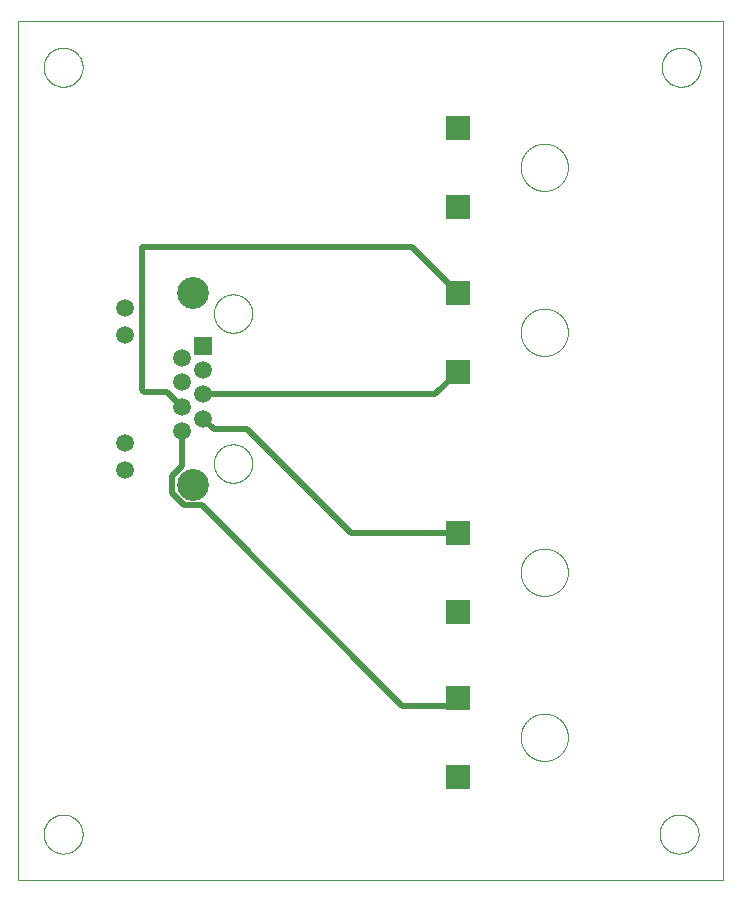
<source format=gtl>
G75*
%MOIN*%
%OFA0B0*%
%FSLAX25Y25*%
%IPPOS*%
%LPD*%
%AMOC8*
5,1,8,0,0,1.08239X$1,22.5*
%
%ADD10C,0.00000*%
%ADD11R,0.08268X0.08268*%
%ADD12R,0.05937X0.05937*%
%ADD13C,0.05937*%
%ADD14C,0.10630*%
%ADD15C,0.02000*%
D10*
X0001000Y0001000D02*
X0001000Y0287024D01*
X0236236Y0287024D01*
X0236236Y0001000D01*
X0001000Y0001000D01*
X0009657Y0016157D02*
X0009659Y0016318D01*
X0009665Y0016478D01*
X0009675Y0016639D01*
X0009689Y0016799D01*
X0009707Y0016959D01*
X0009728Y0017118D01*
X0009754Y0017277D01*
X0009784Y0017435D01*
X0009817Y0017592D01*
X0009855Y0017749D01*
X0009896Y0017904D01*
X0009941Y0018058D01*
X0009990Y0018211D01*
X0010043Y0018363D01*
X0010099Y0018514D01*
X0010160Y0018663D01*
X0010223Y0018811D01*
X0010291Y0018957D01*
X0010362Y0019101D01*
X0010436Y0019243D01*
X0010514Y0019384D01*
X0010596Y0019522D01*
X0010681Y0019659D01*
X0010769Y0019793D01*
X0010861Y0019925D01*
X0010956Y0020055D01*
X0011054Y0020183D01*
X0011155Y0020308D01*
X0011259Y0020430D01*
X0011366Y0020550D01*
X0011476Y0020667D01*
X0011589Y0020782D01*
X0011705Y0020893D01*
X0011824Y0021002D01*
X0011945Y0021107D01*
X0012069Y0021210D01*
X0012195Y0021310D01*
X0012323Y0021406D01*
X0012454Y0021499D01*
X0012588Y0021589D01*
X0012723Y0021676D01*
X0012861Y0021759D01*
X0013000Y0021839D01*
X0013142Y0021915D01*
X0013285Y0021988D01*
X0013430Y0022057D01*
X0013577Y0022123D01*
X0013725Y0022185D01*
X0013875Y0022243D01*
X0014026Y0022298D01*
X0014179Y0022349D01*
X0014333Y0022396D01*
X0014488Y0022439D01*
X0014644Y0022478D01*
X0014800Y0022514D01*
X0014958Y0022545D01*
X0015116Y0022573D01*
X0015275Y0022597D01*
X0015435Y0022617D01*
X0015595Y0022633D01*
X0015755Y0022645D01*
X0015916Y0022653D01*
X0016077Y0022657D01*
X0016237Y0022657D01*
X0016398Y0022653D01*
X0016559Y0022645D01*
X0016719Y0022633D01*
X0016879Y0022617D01*
X0017039Y0022597D01*
X0017198Y0022573D01*
X0017356Y0022545D01*
X0017514Y0022514D01*
X0017670Y0022478D01*
X0017826Y0022439D01*
X0017981Y0022396D01*
X0018135Y0022349D01*
X0018288Y0022298D01*
X0018439Y0022243D01*
X0018589Y0022185D01*
X0018737Y0022123D01*
X0018884Y0022057D01*
X0019029Y0021988D01*
X0019172Y0021915D01*
X0019314Y0021839D01*
X0019453Y0021759D01*
X0019591Y0021676D01*
X0019726Y0021589D01*
X0019860Y0021499D01*
X0019991Y0021406D01*
X0020119Y0021310D01*
X0020245Y0021210D01*
X0020369Y0021107D01*
X0020490Y0021002D01*
X0020609Y0020893D01*
X0020725Y0020782D01*
X0020838Y0020667D01*
X0020948Y0020550D01*
X0021055Y0020430D01*
X0021159Y0020308D01*
X0021260Y0020183D01*
X0021358Y0020055D01*
X0021453Y0019925D01*
X0021545Y0019793D01*
X0021633Y0019659D01*
X0021718Y0019522D01*
X0021800Y0019384D01*
X0021878Y0019243D01*
X0021952Y0019101D01*
X0022023Y0018957D01*
X0022091Y0018811D01*
X0022154Y0018663D01*
X0022215Y0018514D01*
X0022271Y0018363D01*
X0022324Y0018211D01*
X0022373Y0018058D01*
X0022418Y0017904D01*
X0022459Y0017749D01*
X0022497Y0017592D01*
X0022530Y0017435D01*
X0022560Y0017277D01*
X0022586Y0017118D01*
X0022607Y0016959D01*
X0022625Y0016799D01*
X0022639Y0016639D01*
X0022649Y0016478D01*
X0022655Y0016318D01*
X0022657Y0016157D01*
X0022655Y0015996D01*
X0022649Y0015836D01*
X0022639Y0015675D01*
X0022625Y0015515D01*
X0022607Y0015355D01*
X0022586Y0015196D01*
X0022560Y0015037D01*
X0022530Y0014879D01*
X0022497Y0014722D01*
X0022459Y0014565D01*
X0022418Y0014410D01*
X0022373Y0014256D01*
X0022324Y0014103D01*
X0022271Y0013951D01*
X0022215Y0013800D01*
X0022154Y0013651D01*
X0022091Y0013503D01*
X0022023Y0013357D01*
X0021952Y0013213D01*
X0021878Y0013071D01*
X0021800Y0012930D01*
X0021718Y0012792D01*
X0021633Y0012655D01*
X0021545Y0012521D01*
X0021453Y0012389D01*
X0021358Y0012259D01*
X0021260Y0012131D01*
X0021159Y0012006D01*
X0021055Y0011884D01*
X0020948Y0011764D01*
X0020838Y0011647D01*
X0020725Y0011532D01*
X0020609Y0011421D01*
X0020490Y0011312D01*
X0020369Y0011207D01*
X0020245Y0011104D01*
X0020119Y0011004D01*
X0019991Y0010908D01*
X0019860Y0010815D01*
X0019726Y0010725D01*
X0019591Y0010638D01*
X0019453Y0010555D01*
X0019314Y0010475D01*
X0019172Y0010399D01*
X0019029Y0010326D01*
X0018884Y0010257D01*
X0018737Y0010191D01*
X0018589Y0010129D01*
X0018439Y0010071D01*
X0018288Y0010016D01*
X0018135Y0009965D01*
X0017981Y0009918D01*
X0017826Y0009875D01*
X0017670Y0009836D01*
X0017514Y0009800D01*
X0017356Y0009769D01*
X0017198Y0009741D01*
X0017039Y0009717D01*
X0016879Y0009697D01*
X0016719Y0009681D01*
X0016559Y0009669D01*
X0016398Y0009661D01*
X0016237Y0009657D01*
X0016077Y0009657D01*
X0015916Y0009661D01*
X0015755Y0009669D01*
X0015595Y0009681D01*
X0015435Y0009697D01*
X0015275Y0009717D01*
X0015116Y0009741D01*
X0014958Y0009769D01*
X0014800Y0009800D01*
X0014644Y0009836D01*
X0014488Y0009875D01*
X0014333Y0009918D01*
X0014179Y0009965D01*
X0014026Y0010016D01*
X0013875Y0010071D01*
X0013725Y0010129D01*
X0013577Y0010191D01*
X0013430Y0010257D01*
X0013285Y0010326D01*
X0013142Y0010399D01*
X0013000Y0010475D01*
X0012861Y0010555D01*
X0012723Y0010638D01*
X0012588Y0010725D01*
X0012454Y0010815D01*
X0012323Y0010908D01*
X0012195Y0011004D01*
X0012069Y0011104D01*
X0011945Y0011207D01*
X0011824Y0011312D01*
X0011705Y0011421D01*
X0011589Y0011532D01*
X0011476Y0011647D01*
X0011366Y0011764D01*
X0011259Y0011884D01*
X0011155Y0012006D01*
X0011054Y0012131D01*
X0010956Y0012259D01*
X0010861Y0012389D01*
X0010769Y0012521D01*
X0010681Y0012655D01*
X0010596Y0012792D01*
X0010514Y0012930D01*
X0010436Y0013071D01*
X0010362Y0013213D01*
X0010291Y0013357D01*
X0010223Y0013503D01*
X0010160Y0013651D01*
X0010099Y0013800D01*
X0010043Y0013951D01*
X0009990Y0014103D01*
X0009941Y0014256D01*
X0009896Y0014410D01*
X0009855Y0014565D01*
X0009817Y0014722D01*
X0009784Y0014879D01*
X0009754Y0015037D01*
X0009728Y0015196D01*
X0009707Y0015355D01*
X0009689Y0015515D01*
X0009675Y0015675D01*
X0009665Y0015836D01*
X0009659Y0015996D01*
X0009657Y0016157D01*
X0066393Y0139661D02*
X0066395Y0139821D01*
X0066401Y0139980D01*
X0066411Y0140139D01*
X0066425Y0140298D01*
X0066443Y0140457D01*
X0066464Y0140615D01*
X0066490Y0140772D01*
X0066520Y0140929D01*
X0066553Y0141085D01*
X0066591Y0141240D01*
X0066632Y0141394D01*
X0066677Y0141547D01*
X0066726Y0141699D01*
X0066779Y0141849D01*
X0066835Y0141998D01*
X0066895Y0142146D01*
X0066959Y0142292D01*
X0067027Y0142437D01*
X0067098Y0142580D01*
X0067172Y0142721D01*
X0067250Y0142860D01*
X0067332Y0142997D01*
X0067417Y0143132D01*
X0067505Y0143265D01*
X0067596Y0143396D01*
X0067691Y0143524D01*
X0067789Y0143650D01*
X0067890Y0143774D01*
X0067994Y0143894D01*
X0068101Y0144013D01*
X0068211Y0144128D01*
X0068324Y0144241D01*
X0068439Y0144351D01*
X0068558Y0144458D01*
X0068678Y0144562D01*
X0068802Y0144663D01*
X0068928Y0144761D01*
X0069056Y0144856D01*
X0069187Y0144947D01*
X0069320Y0145035D01*
X0069455Y0145120D01*
X0069592Y0145202D01*
X0069731Y0145280D01*
X0069872Y0145354D01*
X0070015Y0145425D01*
X0070160Y0145493D01*
X0070306Y0145557D01*
X0070454Y0145617D01*
X0070603Y0145673D01*
X0070753Y0145726D01*
X0070905Y0145775D01*
X0071058Y0145820D01*
X0071212Y0145861D01*
X0071367Y0145899D01*
X0071523Y0145932D01*
X0071680Y0145962D01*
X0071837Y0145988D01*
X0071995Y0146009D01*
X0072154Y0146027D01*
X0072313Y0146041D01*
X0072472Y0146051D01*
X0072631Y0146057D01*
X0072791Y0146059D01*
X0072951Y0146057D01*
X0073110Y0146051D01*
X0073269Y0146041D01*
X0073428Y0146027D01*
X0073587Y0146009D01*
X0073745Y0145988D01*
X0073902Y0145962D01*
X0074059Y0145932D01*
X0074215Y0145899D01*
X0074370Y0145861D01*
X0074524Y0145820D01*
X0074677Y0145775D01*
X0074829Y0145726D01*
X0074979Y0145673D01*
X0075128Y0145617D01*
X0075276Y0145557D01*
X0075422Y0145493D01*
X0075567Y0145425D01*
X0075710Y0145354D01*
X0075851Y0145280D01*
X0075990Y0145202D01*
X0076127Y0145120D01*
X0076262Y0145035D01*
X0076395Y0144947D01*
X0076526Y0144856D01*
X0076654Y0144761D01*
X0076780Y0144663D01*
X0076904Y0144562D01*
X0077024Y0144458D01*
X0077143Y0144351D01*
X0077258Y0144241D01*
X0077371Y0144128D01*
X0077481Y0144013D01*
X0077588Y0143894D01*
X0077692Y0143774D01*
X0077793Y0143650D01*
X0077891Y0143524D01*
X0077986Y0143396D01*
X0078077Y0143265D01*
X0078165Y0143132D01*
X0078250Y0142997D01*
X0078332Y0142860D01*
X0078410Y0142721D01*
X0078484Y0142580D01*
X0078555Y0142437D01*
X0078623Y0142292D01*
X0078687Y0142146D01*
X0078747Y0141998D01*
X0078803Y0141849D01*
X0078856Y0141699D01*
X0078905Y0141547D01*
X0078950Y0141394D01*
X0078991Y0141240D01*
X0079029Y0141085D01*
X0079062Y0140929D01*
X0079092Y0140772D01*
X0079118Y0140615D01*
X0079139Y0140457D01*
X0079157Y0140298D01*
X0079171Y0140139D01*
X0079181Y0139980D01*
X0079187Y0139821D01*
X0079189Y0139661D01*
X0079187Y0139501D01*
X0079181Y0139342D01*
X0079171Y0139183D01*
X0079157Y0139024D01*
X0079139Y0138865D01*
X0079118Y0138707D01*
X0079092Y0138550D01*
X0079062Y0138393D01*
X0079029Y0138237D01*
X0078991Y0138082D01*
X0078950Y0137928D01*
X0078905Y0137775D01*
X0078856Y0137623D01*
X0078803Y0137473D01*
X0078747Y0137324D01*
X0078687Y0137176D01*
X0078623Y0137030D01*
X0078555Y0136885D01*
X0078484Y0136742D01*
X0078410Y0136601D01*
X0078332Y0136462D01*
X0078250Y0136325D01*
X0078165Y0136190D01*
X0078077Y0136057D01*
X0077986Y0135926D01*
X0077891Y0135798D01*
X0077793Y0135672D01*
X0077692Y0135548D01*
X0077588Y0135428D01*
X0077481Y0135309D01*
X0077371Y0135194D01*
X0077258Y0135081D01*
X0077143Y0134971D01*
X0077024Y0134864D01*
X0076904Y0134760D01*
X0076780Y0134659D01*
X0076654Y0134561D01*
X0076526Y0134466D01*
X0076395Y0134375D01*
X0076262Y0134287D01*
X0076127Y0134202D01*
X0075990Y0134120D01*
X0075851Y0134042D01*
X0075710Y0133968D01*
X0075567Y0133897D01*
X0075422Y0133829D01*
X0075276Y0133765D01*
X0075128Y0133705D01*
X0074979Y0133649D01*
X0074829Y0133596D01*
X0074677Y0133547D01*
X0074524Y0133502D01*
X0074370Y0133461D01*
X0074215Y0133423D01*
X0074059Y0133390D01*
X0073902Y0133360D01*
X0073745Y0133334D01*
X0073587Y0133313D01*
X0073428Y0133295D01*
X0073269Y0133281D01*
X0073110Y0133271D01*
X0072951Y0133265D01*
X0072791Y0133263D01*
X0072631Y0133265D01*
X0072472Y0133271D01*
X0072313Y0133281D01*
X0072154Y0133295D01*
X0071995Y0133313D01*
X0071837Y0133334D01*
X0071680Y0133360D01*
X0071523Y0133390D01*
X0071367Y0133423D01*
X0071212Y0133461D01*
X0071058Y0133502D01*
X0070905Y0133547D01*
X0070753Y0133596D01*
X0070603Y0133649D01*
X0070454Y0133705D01*
X0070306Y0133765D01*
X0070160Y0133829D01*
X0070015Y0133897D01*
X0069872Y0133968D01*
X0069731Y0134042D01*
X0069592Y0134120D01*
X0069455Y0134202D01*
X0069320Y0134287D01*
X0069187Y0134375D01*
X0069056Y0134466D01*
X0068928Y0134561D01*
X0068802Y0134659D01*
X0068678Y0134760D01*
X0068558Y0134864D01*
X0068439Y0134971D01*
X0068324Y0135081D01*
X0068211Y0135194D01*
X0068101Y0135309D01*
X0067994Y0135428D01*
X0067890Y0135548D01*
X0067789Y0135672D01*
X0067691Y0135798D01*
X0067596Y0135926D01*
X0067505Y0136057D01*
X0067417Y0136190D01*
X0067332Y0136325D01*
X0067250Y0136462D01*
X0067172Y0136601D01*
X0067098Y0136742D01*
X0067027Y0136885D01*
X0066959Y0137030D01*
X0066895Y0137176D01*
X0066835Y0137324D01*
X0066779Y0137473D01*
X0066726Y0137623D01*
X0066677Y0137775D01*
X0066632Y0137928D01*
X0066591Y0138082D01*
X0066553Y0138237D01*
X0066520Y0138393D01*
X0066490Y0138550D01*
X0066464Y0138707D01*
X0066443Y0138865D01*
X0066425Y0139024D01*
X0066411Y0139183D01*
X0066401Y0139342D01*
X0066395Y0139501D01*
X0066393Y0139661D01*
X0066393Y0189661D02*
X0066395Y0189821D01*
X0066401Y0189980D01*
X0066411Y0190139D01*
X0066425Y0190298D01*
X0066443Y0190457D01*
X0066464Y0190615D01*
X0066490Y0190772D01*
X0066520Y0190929D01*
X0066553Y0191085D01*
X0066591Y0191240D01*
X0066632Y0191394D01*
X0066677Y0191547D01*
X0066726Y0191699D01*
X0066779Y0191849D01*
X0066835Y0191998D01*
X0066895Y0192146D01*
X0066959Y0192292D01*
X0067027Y0192437D01*
X0067098Y0192580D01*
X0067172Y0192721D01*
X0067250Y0192860D01*
X0067332Y0192997D01*
X0067417Y0193132D01*
X0067505Y0193265D01*
X0067596Y0193396D01*
X0067691Y0193524D01*
X0067789Y0193650D01*
X0067890Y0193774D01*
X0067994Y0193894D01*
X0068101Y0194013D01*
X0068211Y0194128D01*
X0068324Y0194241D01*
X0068439Y0194351D01*
X0068558Y0194458D01*
X0068678Y0194562D01*
X0068802Y0194663D01*
X0068928Y0194761D01*
X0069056Y0194856D01*
X0069187Y0194947D01*
X0069320Y0195035D01*
X0069455Y0195120D01*
X0069592Y0195202D01*
X0069731Y0195280D01*
X0069872Y0195354D01*
X0070015Y0195425D01*
X0070160Y0195493D01*
X0070306Y0195557D01*
X0070454Y0195617D01*
X0070603Y0195673D01*
X0070753Y0195726D01*
X0070905Y0195775D01*
X0071058Y0195820D01*
X0071212Y0195861D01*
X0071367Y0195899D01*
X0071523Y0195932D01*
X0071680Y0195962D01*
X0071837Y0195988D01*
X0071995Y0196009D01*
X0072154Y0196027D01*
X0072313Y0196041D01*
X0072472Y0196051D01*
X0072631Y0196057D01*
X0072791Y0196059D01*
X0072951Y0196057D01*
X0073110Y0196051D01*
X0073269Y0196041D01*
X0073428Y0196027D01*
X0073587Y0196009D01*
X0073745Y0195988D01*
X0073902Y0195962D01*
X0074059Y0195932D01*
X0074215Y0195899D01*
X0074370Y0195861D01*
X0074524Y0195820D01*
X0074677Y0195775D01*
X0074829Y0195726D01*
X0074979Y0195673D01*
X0075128Y0195617D01*
X0075276Y0195557D01*
X0075422Y0195493D01*
X0075567Y0195425D01*
X0075710Y0195354D01*
X0075851Y0195280D01*
X0075990Y0195202D01*
X0076127Y0195120D01*
X0076262Y0195035D01*
X0076395Y0194947D01*
X0076526Y0194856D01*
X0076654Y0194761D01*
X0076780Y0194663D01*
X0076904Y0194562D01*
X0077024Y0194458D01*
X0077143Y0194351D01*
X0077258Y0194241D01*
X0077371Y0194128D01*
X0077481Y0194013D01*
X0077588Y0193894D01*
X0077692Y0193774D01*
X0077793Y0193650D01*
X0077891Y0193524D01*
X0077986Y0193396D01*
X0078077Y0193265D01*
X0078165Y0193132D01*
X0078250Y0192997D01*
X0078332Y0192860D01*
X0078410Y0192721D01*
X0078484Y0192580D01*
X0078555Y0192437D01*
X0078623Y0192292D01*
X0078687Y0192146D01*
X0078747Y0191998D01*
X0078803Y0191849D01*
X0078856Y0191699D01*
X0078905Y0191547D01*
X0078950Y0191394D01*
X0078991Y0191240D01*
X0079029Y0191085D01*
X0079062Y0190929D01*
X0079092Y0190772D01*
X0079118Y0190615D01*
X0079139Y0190457D01*
X0079157Y0190298D01*
X0079171Y0190139D01*
X0079181Y0189980D01*
X0079187Y0189821D01*
X0079189Y0189661D01*
X0079187Y0189501D01*
X0079181Y0189342D01*
X0079171Y0189183D01*
X0079157Y0189024D01*
X0079139Y0188865D01*
X0079118Y0188707D01*
X0079092Y0188550D01*
X0079062Y0188393D01*
X0079029Y0188237D01*
X0078991Y0188082D01*
X0078950Y0187928D01*
X0078905Y0187775D01*
X0078856Y0187623D01*
X0078803Y0187473D01*
X0078747Y0187324D01*
X0078687Y0187176D01*
X0078623Y0187030D01*
X0078555Y0186885D01*
X0078484Y0186742D01*
X0078410Y0186601D01*
X0078332Y0186462D01*
X0078250Y0186325D01*
X0078165Y0186190D01*
X0078077Y0186057D01*
X0077986Y0185926D01*
X0077891Y0185798D01*
X0077793Y0185672D01*
X0077692Y0185548D01*
X0077588Y0185428D01*
X0077481Y0185309D01*
X0077371Y0185194D01*
X0077258Y0185081D01*
X0077143Y0184971D01*
X0077024Y0184864D01*
X0076904Y0184760D01*
X0076780Y0184659D01*
X0076654Y0184561D01*
X0076526Y0184466D01*
X0076395Y0184375D01*
X0076262Y0184287D01*
X0076127Y0184202D01*
X0075990Y0184120D01*
X0075851Y0184042D01*
X0075710Y0183968D01*
X0075567Y0183897D01*
X0075422Y0183829D01*
X0075276Y0183765D01*
X0075128Y0183705D01*
X0074979Y0183649D01*
X0074829Y0183596D01*
X0074677Y0183547D01*
X0074524Y0183502D01*
X0074370Y0183461D01*
X0074215Y0183423D01*
X0074059Y0183390D01*
X0073902Y0183360D01*
X0073745Y0183334D01*
X0073587Y0183313D01*
X0073428Y0183295D01*
X0073269Y0183281D01*
X0073110Y0183271D01*
X0072951Y0183265D01*
X0072791Y0183263D01*
X0072631Y0183265D01*
X0072472Y0183271D01*
X0072313Y0183281D01*
X0072154Y0183295D01*
X0071995Y0183313D01*
X0071837Y0183334D01*
X0071680Y0183360D01*
X0071523Y0183390D01*
X0071367Y0183423D01*
X0071212Y0183461D01*
X0071058Y0183502D01*
X0070905Y0183547D01*
X0070753Y0183596D01*
X0070603Y0183649D01*
X0070454Y0183705D01*
X0070306Y0183765D01*
X0070160Y0183829D01*
X0070015Y0183897D01*
X0069872Y0183968D01*
X0069731Y0184042D01*
X0069592Y0184120D01*
X0069455Y0184202D01*
X0069320Y0184287D01*
X0069187Y0184375D01*
X0069056Y0184466D01*
X0068928Y0184561D01*
X0068802Y0184659D01*
X0068678Y0184760D01*
X0068558Y0184864D01*
X0068439Y0184971D01*
X0068324Y0185081D01*
X0068211Y0185194D01*
X0068101Y0185309D01*
X0067994Y0185428D01*
X0067890Y0185548D01*
X0067789Y0185672D01*
X0067691Y0185798D01*
X0067596Y0185926D01*
X0067505Y0186057D01*
X0067417Y0186190D01*
X0067332Y0186325D01*
X0067250Y0186462D01*
X0067172Y0186601D01*
X0067098Y0186742D01*
X0067027Y0186885D01*
X0066959Y0187030D01*
X0066895Y0187176D01*
X0066835Y0187324D01*
X0066779Y0187473D01*
X0066726Y0187623D01*
X0066677Y0187775D01*
X0066632Y0187928D01*
X0066591Y0188082D01*
X0066553Y0188237D01*
X0066520Y0188393D01*
X0066490Y0188550D01*
X0066464Y0188707D01*
X0066443Y0188865D01*
X0066425Y0189024D01*
X0066411Y0189183D01*
X0066401Y0189342D01*
X0066395Y0189501D01*
X0066393Y0189661D01*
X0009657Y0271768D02*
X0009659Y0271929D01*
X0009665Y0272089D01*
X0009675Y0272250D01*
X0009689Y0272410D01*
X0009707Y0272570D01*
X0009728Y0272729D01*
X0009754Y0272888D01*
X0009784Y0273046D01*
X0009817Y0273203D01*
X0009855Y0273360D01*
X0009896Y0273515D01*
X0009941Y0273669D01*
X0009990Y0273822D01*
X0010043Y0273974D01*
X0010099Y0274125D01*
X0010160Y0274274D01*
X0010223Y0274422D01*
X0010291Y0274568D01*
X0010362Y0274712D01*
X0010436Y0274854D01*
X0010514Y0274995D01*
X0010596Y0275133D01*
X0010681Y0275270D01*
X0010769Y0275404D01*
X0010861Y0275536D01*
X0010956Y0275666D01*
X0011054Y0275794D01*
X0011155Y0275919D01*
X0011259Y0276041D01*
X0011366Y0276161D01*
X0011476Y0276278D01*
X0011589Y0276393D01*
X0011705Y0276504D01*
X0011824Y0276613D01*
X0011945Y0276718D01*
X0012069Y0276821D01*
X0012195Y0276921D01*
X0012323Y0277017D01*
X0012454Y0277110D01*
X0012588Y0277200D01*
X0012723Y0277287D01*
X0012861Y0277370D01*
X0013000Y0277450D01*
X0013142Y0277526D01*
X0013285Y0277599D01*
X0013430Y0277668D01*
X0013577Y0277734D01*
X0013725Y0277796D01*
X0013875Y0277854D01*
X0014026Y0277909D01*
X0014179Y0277960D01*
X0014333Y0278007D01*
X0014488Y0278050D01*
X0014644Y0278089D01*
X0014800Y0278125D01*
X0014958Y0278156D01*
X0015116Y0278184D01*
X0015275Y0278208D01*
X0015435Y0278228D01*
X0015595Y0278244D01*
X0015755Y0278256D01*
X0015916Y0278264D01*
X0016077Y0278268D01*
X0016237Y0278268D01*
X0016398Y0278264D01*
X0016559Y0278256D01*
X0016719Y0278244D01*
X0016879Y0278228D01*
X0017039Y0278208D01*
X0017198Y0278184D01*
X0017356Y0278156D01*
X0017514Y0278125D01*
X0017670Y0278089D01*
X0017826Y0278050D01*
X0017981Y0278007D01*
X0018135Y0277960D01*
X0018288Y0277909D01*
X0018439Y0277854D01*
X0018589Y0277796D01*
X0018737Y0277734D01*
X0018884Y0277668D01*
X0019029Y0277599D01*
X0019172Y0277526D01*
X0019314Y0277450D01*
X0019453Y0277370D01*
X0019591Y0277287D01*
X0019726Y0277200D01*
X0019860Y0277110D01*
X0019991Y0277017D01*
X0020119Y0276921D01*
X0020245Y0276821D01*
X0020369Y0276718D01*
X0020490Y0276613D01*
X0020609Y0276504D01*
X0020725Y0276393D01*
X0020838Y0276278D01*
X0020948Y0276161D01*
X0021055Y0276041D01*
X0021159Y0275919D01*
X0021260Y0275794D01*
X0021358Y0275666D01*
X0021453Y0275536D01*
X0021545Y0275404D01*
X0021633Y0275270D01*
X0021718Y0275133D01*
X0021800Y0274995D01*
X0021878Y0274854D01*
X0021952Y0274712D01*
X0022023Y0274568D01*
X0022091Y0274422D01*
X0022154Y0274274D01*
X0022215Y0274125D01*
X0022271Y0273974D01*
X0022324Y0273822D01*
X0022373Y0273669D01*
X0022418Y0273515D01*
X0022459Y0273360D01*
X0022497Y0273203D01*
X0022530Y0273046D01*
X0022560Y0272888D01*
X0022586Y0272729D01*
X0022607Y0272570D01*
X0022625Y0272410D01*
X0022639Y0272250D01*
X0022649Y0272089D01*
X0022655Y0271929D01*
X0022657Y0271768D01*
X0022655Y0271607D01*
X0022649Y0271447D01*
X0022639Y0271286D01*
X0022625Y0271126D01*
X0022607Y0270966D01*
X0022586Y0270807D01*
X0022560Y0270648D01*
X0022530Y0270490D01*
X0022497Y0270333D01*
X0022459Y0270176D01*
X0022418Y0270021D01*
X0022373Y0269867D01*
X0022324Y0269714D01*
X0022271Y0269562D01*
X0022215Y0269411D01*
X0022154Y0269262D01*
X0022091Y0269114D01*
X0022023Y0268968D01*
X0021952Y0268824D01*
X0021878Y0268682D01*
X0021800Y0268541D01*
X0021718Y0268403D01*
X0021633Y0268266D01*
X0021545Y0268132D01*
X0021453Y0268000D01*
X0021358Y0267870D01*
X0021260Y0267742D01*
X0021159Y0267617D01*
X0021055Y0267495D01*
X0020948Y0267375D01*
X0020838Y0267258D01*
X0020725Y0267143D01*
X0020609Y0267032D01*
X0020490Y0266923D01*
X0020369Y0266818D01*
X0020245Y0266715D01*
X0020119Y0266615D01*
X0019991Y0266519D01*
X0019860Y0266426D01*
X0019726Y0266336D01*
X0019591Y0266249D01*
X0019453Y0266166D01*
X0019314Y0266086D01*
X0019172Y0266010D01*
X0019029Y0265937D01*
X0018884Y0265868D01*
X0018737Y0265802D01*
X0018589Y0265740D01*
X0018439Y0265682D01*
X0018288Y0265627D01*
X0018135Y0265576D01*
X0017981Y0265529D01*
X0017826Y0265486D01*
X0017670Y0265447D01*
X0017514Y0265411D01*
X0017356Y0265380D01*
X0017198Y0265352D01*
X0017039Y0265328D01*
X0016879Y0265308D01*
X0016719Y0265292D01*
X0016559Y0265280D01*
X0016398Y0265272D01*
X0016237Y0265268D01*
X0016077Y0265268D01*
X0015916Y0265272D01*
X0015755Y0265280D01*
X0015595Y0265292D01*
X0015435Y0265308D01*
X0015275Y0265328D01*
X0015116Y0265352D01*
X0014958Y0265380D01*
X0014800Y0265411D01*
X0014644Y0265447D01*
X0014488Y0265486D01*
X0014333Y0265529D01*
X0014179Y0265576D01*
X0014026Y0265627D01*
X0013875Y0265682D01*
X0013725Y0265740D01*
X0013577Y0265802D01*
X0013430Y0265868D01*
X0013285Y0265937D01*
X0013142Y0266010D01*
X0013000Y0266086D01*
X0012861Y0266166D01*
X0012723Y0266249D01*
X0012588Y0266336D01*
X0012454Y0266426D01*
X0012323Y0266519D01*
X0012195Y0266615D01*
X0012069Y0266715D01*
X0011945Y0266818D01*
X0011824Y0266923D01*
X0011705Y0267032D01*
X0011589Y0267143D01*
X0011476Y0267258D01*
X0011366Y0267375D01*
X0011259Y0267495D01*
X0011155Y0267617D01*
X0011054Y0267742D01*
X0010956Y0267870D01*
X0010861Y0268000D01*
X0010769Y0268132D01*
X0010681Y0268266D01*
X0010596Y0268403D01*
X0010514Y0268541D01*
X0010436Y0268682D01*
X0010362Y0268824D01*
X0010291Y0268968D01*
X0010223Y0269114D01*
X0010160Y0269262D01*
X0010099Y0269411D01*
X0010043Y0269562D01*
X0009990Y0269714D01*
X0009941Y0269867D01*
X0009896Y0270021D01*
X0009855Y0270176D01*
X0009817Y0270333D01*
X0009784Y0270490D01*
X0009754Y0270648D01*
X0009728Y0270807D01*
X0009707Y0270966D01*
X0009689Y0271126D01*
X0009675Y0271286D01*
X0009665Y0271447D01*
X0009659Y0271607D01*
X0009657Y0271768D01*
X0168677Y0238421D02*
X0168679Y0238614D01*
X0168686Y0238807D01*
X0168698Y0239000D01*
X0168715Y0239193D01*
X0168736Y0239385D01*
X0168762Y0239576D01*
X0168793Y0239767D01*
X0168828Y0239957D01*
X0168868Y0240146D01*
X0168913Y0240334D01*
X0168962Y0240521D01*
X0169016Y0240707D01*
X0169074Y0240891D01*
X0169137Y0241074D01*
X0169205Y0241255D01*
X0169276Y0241434D01*
X0169353Y0241612D01*
X0169433Y0241788D01*
X0169518Y0241961D01*
X0169607Y0242133D01*
X0169700Y0242302D01*
X0169797Y0242469D01*
X0169899Y0242634D01*
X0170004Y0242796D01*
X0170113Y0242955D01*
X0170227Y0243112D01*
X0170344Y0243265D01*
X0170464Y0243416D01*
X0170589Y0243564D01*
X0170717Y0243709D01*
X0170848Y0243850D01*
X0170983Y0243989D01*
X0171122Y0244124D01*
X0171263Y0244255D01*
X0171408Y0244383D01*
X0171556Y0244508D01*
X0171707Y0244628D01*
X0171860Y0244745D01*
X0172017Y0244859D01*
X0172176Y0244968D01*
X0172338Y0245073D01*
X0172503Y0245175D01*
X0172670Y0245272D01*
X0172839Y0245365D01*
X0173011Y0245454D01*
X0173184Y0245539D01*
X0173360Y0245619D01*
X0173538Y0245696D01*
X0173717Y0245767D01*
X0173898Y0245835D01*
X0174081Y0245898D01*
X0174265Y0245956D01*
X0174451Y0246010D01*
X0174638Y0246059D01*
X0174826Y0246104D01*
X0175015Y0246144D01*
X0175205Y0246179D01*
X0175396Y0246210D01*
X0175587Y0246236D01*
X0175779Y0246257D01*
X0175972Y0246274D01*
X0176165Y0246286D01*
X0176358Y0246293D01*
X0176551Y0246295D01*
X0176744Y0246293D01*
X0176937Y0246286D01*
X0177130Y0246274D01*
X0177323Y0246257D01*
X0177515Y0246236D01*
X0177706Y0246210D01*
X0177897Y0246179D01*
X0178087Y0246144D01*
X0178276Y0246104D01*
X0178464Y0246059D01*
X0178651Y0246010D01*
X0178837Y0245956D01*
X0179021Y0245898D01*
X0179204Y0245835D01*
X0179385Y0245767D01*
X0179564Y0245696D01*
X0179742Y0245619D01*
X0179918Y0245539D01*
X0180091Y0245454D01*
X0180263Y0245365D01*
X0180432Y0245272D01*
X0180599Y0245175D01*
X0180764Y0245073D01*
X0180926Y0244968D01*
X0181085Y0244859D01*
X0181242Y0244745D01*
X0181395Y0244628D01*
X0181546Y0244508D01*
X0181694Y0244383D01*
X0181839Y0244255D01*
X0181980Y0244124D01*
X0182119Y0243989D01*
X0182254Y0243850D01*
X0182385Y0243709D01*
X0182513Y0243564D01*
X0182638Y0243416D01*
X0182758Y0243265D01*
X0182875Y0243112D01*
X0182989Y0242955D01*
X0183098Y0242796D01*
X0183203Y0242634D01*
X0183305Y0242469D01*
X0183402Y0242302D01*
X0183495Y0242133D01*
X0183584Y0241961D01*
X0183669Y0241788D01*
X0183749Y0241612D01*
X0183826Y0241434D01*
X0183897Y0241255D01*
X0183965Y0241074D01*
X0184028Y0240891D01*
X0184086Y0240707D01*
X0184140Y0240521D01*
X0184189Y0240334D01*
X0184234Y0240146D01*
X0184274Y0239957D01*
X0184309Y0239767D01*
X0184340Y0239576D01*
X0184366Y0239385D01*
X0184387Y0239193D01*
X0184404Y0239000D01*
X0184416Y0238807D01*
X0184423Y0238614D01*
X0184425Y0238421D01*
X0184423Y0238228D01*
X0184416Y0238035D01*
X0184404Y0237842D01*
X0184387Y0237649D01*
X0184366Y0237457D01*
X0184340Y0237266D01*
X0184309Y0237075D01*
X0184274Y0236885D01*
X0184234Y0236696D01*
X0184189Y0236508D01*
X0184140Y0236321D01*
X0184086Y0236135D01*
X0184028Y0235951D01*
X0183965Y0235768D01*
X0183897Y0235587D01*
X0183826Y0235408D01*
X0183749Y0235230D01*
X0183669Y0235054D01*
X0183584Y0234881D01*
X0183495Y0234709D01*
X0183402Y0234540D01*
X0183305Y0234373D01*
X0183203Y0234208D01*
X0183098Y0234046D01*
X0182989Y0233887D01*
X0182875Y0233730D01*
X0182758Y0233577D01*
X0182638Y0233426D01*
X0182513Y0233278D01*
X0182385Y0233133D01*
X0182254Y0232992D01*
X0182119Y0232853D01*
X0181980Y0232718D01*
X0181839Y0232587D01*
X0181694Y0232459D01*
X0181546Y0232334D01*
X0181395Y0232214D01*
X0181242Y0232097D01*
X0181085Y0231983D01*
X0180926Y0231874D01*
X0180764Y0231769D01*
X0180599Y0231667D01*
X0180432Y0231570D01*
X0180263Y0231477D01*
X0180091Y0231388D01*
X0179918Y0231303D01*
X0179742Y0231223D01*
X0179564Y0231146D01*
X0179385Y0231075D01*
X0179204Y0231007D01*
X0179021Y0230944D01*
X0178837Y0230886D01*
X0178651Y0230832D01*
X0178464Y0230783D01*
X0178276Y0230738D01*
X0178087Y0230698D01*
X0177897Y0230663D01*
X0177706Y0230632D01*
X0177515Y0230606D01*
X0177323Y0230585D01*
X0177130Y0230568D01*
X0176937Y0230556D01*
X0176744Y0230549D01*
X0176551Y0230547D01*
X0176358Y0230549D01*
X0176165Y0230556D01*
X0175972Y0230568D01*
X0175779Y0230585D01*
X0175587Y0230606D01*
X0175396Y0230632D01*
X0175205Y0230663D01*
X0175015Y0230698D01*
X0174826Y0230738D01*
X0174638Y0230783D01*
X0174451Y0230832D01*
X0174265Y0230886D01*
X0174081Y0230944D01*
X0173898Y0231007D01*
X0173717Y0231075D01*
X0173538Y0231146D01*
X0173360Y0231223D01*
X0173184Y0231303D01*
X0173011Y0231388D01*
X0172839Y0231477D01*
X0172670Y0231570D01*
X0172503Y0231667D01*
X0172338Y0231769D01*
X0172176Y0231874D01*
X0172017Y0231983D01*
X0171860Y0232097D01*
X0171707Y0232214D01*
X0171556Y0232334D01*
X0171408Y0232459D01*
X0171263Y0232587D01*
X0171122Y0232718D01*
X0170983Y0232853D01*
X0170848Y0232992D01*
X0170717Y0233133D01*
X0170589Y0233278D01*
X0170464Y0233426D01*
X0170344Y0233577D01*
X0170227Y0233730D01*
X0170113Y0233887D01*
X0170004Y0234046D01*
X0169899Y0234208D01*
X0169797Y0234373D01*
X0169700Y0234540D01*
X0169607Y0234709D01*
X0169518Y0234881D01*
X0169433Y0235054D01*
X0169353Y0235230D01*
X0169276Y0235408D01*
X0169205Y0235587D01*
X0169137Y0235768D01*
X0169074Y0235951D01*
X0169016Y0236135D01*
X0168962Y0236321D01*
X0168913Y0236508D01*
X0168868Y0236696D01*
X0168828Y0236885D01*
X0168793Y0237075D01*
X0168762Y0237266D01*
X0168736Y0237457D01*
X0168715Y0237649D01*
X0168698Y0237842D01*
X0168686Y0238035D01*
X0168679Y0238228D01*
X0168677Y0238421D01*
X0168677Y0183421D02*
X0168679Y0183614D01*
X0168686Y0183807D01*
X0168698Y0184000D01*
X0168715Y0184193D01*
X0168736Y0184385D01*
X0168762Y0184576D01*
X0168793Y0184767D01*
X0168828Y0184957D01*
X0168868Y0185146D01*
X0168913Y0185334D01*
X0168962Y0185521D01*
X0169016Y0185707D01*
X0169074Y0185891D01*
X0169137Y0186074D01*
X0169205Y0186255D01*
X0169276Y0186434D01*
X0169353Y0186612D01*
X0169433Y0186788D01*
X0169518Y0186961D01*
X0169607Y0187133D01*
X0169700Y0187302D01*
X0169797Y0187469D01*
X0169899Y0187634D01*
X0170004Y0187796D01*
X0170113Y0187955D01*
X0170227Y0188112D01*
X0170344Y0188265D01*
X0170464Y0188416D01*
X0170589Y0188564D01*
X0170717Y0188709D01*
X0170848Y0188850D01*
X0170983Y0188989D01*
X0171122Y0189124D01*
X0171263Y0189255D01*
X0171408Y0189383D01*
X0171556Y0189508D01*
X0171707Y0189628D01*
X0171860Y0189745D01*
X0172017Y0189859D01*
X0172176Y0189968D01*
X0172338Y0190073D01*
X0172503Y0190175D01*
X0172670Y0190272D01*
X0172839Y0190365D01*
X0173011Y0190454D01*
X0173184Y0190539D01*
X0173360Y0190619D01*
X0173538Y0190696D01*
X0173717Y0190767D01*
X0173898Y0190835D01*
X0174081Y0190898D01*
X0174265Y0190956D01*
X0174451Y0191010D01*
X0174638Y0191059D01*
X0174826Y0191104D01*
X0175015Y0191144D01*
X0175205Y0191179D01*
X0175396Y0191210D01*
X0175587Y0191236D01*
X0175779Y0191257D01*
X0175972Y0191274D01*
X0176165Y0191286D01*
X0176358Y0191293D01*
X0176551Y0191295D01*
X0176744Y0191293D01*
X0176937Y0191286D01*
X0177130Y0191274D01*
X0177323Y0191257D01*
X0177515Y0191236D01*
X0177706Y0191210D01*
X0177897Y0191179D01*
X0178087Y0191144D01*
X0178276Y0191104D01*
X0178464Y0191059D01*
X0178651Y0191010D01*
X0178837Y0190956D01*
X0179021Y0190898D01*
X0179204Y0190835D01*
X0179385Y0190767D01*
X0179564Y0190696D01*
X0179742Y0190619D01*
X0179918Y0190539D01*
X0180091Y0190454D01*
X0180263Y0190365D01*
X0180432Y0190272D01*
X0180599Y0190175D01*
X0180764Y0190073D01*
X0180926Y0189968D01*
X0181085Y0189859D01*
X0181242Y0189745D01*
X0181395Y0189628D01*
X0181546Y0189508D01*
X0181694Y0189383D01*
X0181839Y0189255D01*
X0181980Y0189124D01*
X0182119Y0188989D01*
X0182254Y0188850D01*
X0182385Y0188709D01*
X0182513Y0188564D01*
X0182638Y0188416D01*
X0182758Y0188265D01*
X0182875Y0188112D01*
X0182989Y0187955D01*
X0183098Y0187796D01*
X0183203Y0187634D01*
X0183305Y0187469D01*
X0183402Y0187302D01*
X0183495Y0187133D01*
X0183584Y0186961D01*
X0183669Y0186788D01*
X0183749Y0186612D01*
X0183826Y0186434D01*
X0183897Y0186255D01*
X0183965Y0186074D01*
X0184028Y0185891D01*
X0184086Y0185707D01*
X0184140Y0185521D01*
X0184189Y0185334D01*
X0184234Y0185146D01*
X0184274Y0184957D01*
X0184309Y0184767D01*
X0184340Y0184576D01*
X0184366Y0184385D01*
X0184387Y0184193D01*
X0184404Y0184000D01*
X0184416Y0183807D01*
X0184423Y0183614D01*
X0184425Y0183421D01*
X0184423Y0183228D01*
X0184416Y0183035D01*
X0184404Y0182842D01*
X0184387Y0182649D01*
X0184366Y0182457D01*
X0184340Y0182266D01*
X0184309Y0182075D01*
X0184274Y0181885D01*
X0184234Y0181696D01*
X0184189Y0181508D01*
X0184140Y0181321D01*
X0184086Y0181135D01*
X0184028Y0180951D01*
X0183965Y0180768D01*
X0183897Y0180587D01*
X0183826Y0180408D01*
X0183749Y0180230D01*
X0183669Y0180054D01*
X0183584Y0179881D01*
X0183495Y0179709D01*
X0183402Y0179540D01*
X0183305Y0179373D01*
X0183203Y0179208D01*
X0183098Y0179046D01*
X0182989Y0178887D01*
X0182875Y0178730D01*
X0182758Y0178577D01*
X0182638Y0178426D01*
X0182513Y0178278D01*
X0182385Y0178133D01*
X0182254Y0177992D01*
X0182119Y0177853D01*
X0181980Y0177718D01*
X0181839Y0177587D01*
X0181694Y0177459D01*
X0181546Y0177334D01*
X0181395Y0177214D01*
X0181242Y0177097D01*
X0181085Y0176983D01*
X0180926Y0176874D01*
X0180764Y0176769D01*
X0180599Y0176667D01*
X0180432Y0176570D01*
X0180263Y0176477D01*
X0180091Y0176388D01*
X0179918Y0176303D01*
X0179742Y0176223D01*
X0179564Y0176146D01*
X0179385Y0176075D01*
X0179204Y0176007D01*
X0179021Y0175944D01*
X0178837Y0175886D01*
X0178651Y0175832D01*
X0178464Y0175783D01*
X0178276Y0175738D01*
X0178087Y0175698D01*
X0177897Y0175663D01*
X0177706Y0175632D01*
X0177515Y0175606D01*
X0177323Y0175585D01*
X0177130Y0175568D01*
X0176937Y0175556D01*
X0176744Y0175549D01*
X0176551Y0175547D01*
X0176358Y0175549D01*
X0176165Y0175556D01*
X0175972Y0175568D01*
X0175779Y0175585D01*
X0175587Y0175606D01*
X0175396Y0175632D01*
X0175205Y0175663D01*
X0175015Y0175698D01*
X0174826Y0175738D01*
X0174638Y0175783D01*
X0174451Y0175832D01*
X0174265Y0175886D01*
X0174081Y0175944D01*
X0173898Y0176007D01*
X0173717Y0176075D01*
X0173538Y0176146D01*
X0173360Y0176223D01*
X0173184Y0176303D01*
X0173011Y0176388D01*
X0172839Y0176477D01*
X0172670Y0176570D01*
X0172503Y0176667D01*
X0172338Y0176769D01*
X0172176Y0176874D01*
X0172017Y0176983D01*
X0171860Y0177097D01*
X0171707Y0177214D01*
X0171556Y0177334D01*
X0171408Y0177459D01*
X0171263Y0177587D01*
X0171122Y0177718D01*
X0170983Y0177853D01*
X0170848Y0177992D01*
X0170717Y0178133D01*
X0170589Y0178278D01*
X0170464Y0178426D01*
X0170344Y0178577D01*
X0170227Y0178730D01*
X0170113Y0178887D01*
X0170004Y0179046D01*
X0169899Y0179208D01*
X0169797Y0179373D01*
X0169700Y0179540D01*
X0169607Y0179709D01*
X0169518Y0179881D01*
X0169433Y0180054D01*
X0169353Y0180230D01*
X0169276Y0180408D01*
X0169205Y0180587D01*
X0169137Y0180768D01*
X0169074Y0180951D01*
X0169016Y0181135D01*
X0168962Y0181321D01*
X0168913Y0181508D01*
X0168868Y0181696D01*
X0168828Y0181885D01*
X0168793Y0182075D01*
X0168762Y0182266D01*
X0168736Y0182457D01*
X0168715Y0182649D01*
X0168698Y0182842D01*
X0168686Y0183035D01*
X0168679Y0183228D01*
X0168677Y0183421D01*
X0168677Y0103421D02*
X0168679Y0103614D01*
X0168686Y0103807D01*
X0168698Y0104000D01*
X0168715Y0104193D01*
X0168736Y0104385D01*
X0168762Y0104576D01*
X0168793Y0104767D01*
X0168828Y0104957D01*
X0168868Y0105146D01*
X0168913Y0105334D01*
X0168962Y0105521D01*
X0169016Y0105707D01*
X0169074Y0105891D01*
X0169137Y0106074D01*
X0169205Y0106255D01*
X0169276Y0106434D01*
X0169353Y0106612D01*
X0169433Y0106788D01*
X0169518Y0106961D01*
X0169607Y0107133D01*
X0169700Y0107302D01*
X0169797Y0107469D01*
X0169899Y0107634D01*
X0170004Y0107796D01*
X0170113Y0107955D01*
X0170227Y0108112D01*
X0170344Y0108265D01*
X0170464Y0108416D01*
X0170589Y0108564D01*
X0170717Y0108709D01*
X0170848Y0108850D01*
X0170983Y0108989D01*
X0171122Y0109124D01*
X0171263Y0109255D01*
X0171408Y0109383D01*
X0171556Y0109508D01*
X0171707Y0109628D01*
X0171860Y0109745D01*
X0172017Y0109859D01*
X0172176Y0109968D01*
X0172338Y0110073D01*
X0172503Y0110175D01*
X0172670Y0110272D01*
X0172839Y0110365D01*
X0173011Y0110454D01*
X0173184Y0110539D01*
X0173360Y0110619D01*
X0173538Y0110696D01*
X0173717Y0110767D01*
X0173898Y0110835D01*
X0174081Y0110898D01*
X0174265Y0110956D01*
X0174451Y0111010D01*
X0174638Y0111059D01*
X0174826Y0111104D01*
X0175015Y0111144D01*
X0175205Y0111179D01*
X0175396Y0111210D01*
X0175587Y0111236D01*
X0175779Y0111257D01*
X0175972Y0111274D01*
X0176165Y0111286D01*
X0176358Y0111293D01*
X0176551Y0111295D01*
X0176744Y0111293D01*
X0176937Y0111286D01*
X0177130Y0111274D01*
X0177323Y0111257D01*
X0177515Y0111236D01*
X0177706Y0111210D01*
X0177897Y0111179D01*
X0178087Y0111144D01*
X0178276Y0111104D01*
X0178464Y0111059D01*
X0178651Y0111010D01*
X0178837Y0110956D01*
X0179021Y0110898D01*
X0179204Y0110835D01*
X0179385Y0110767D01*
X0179564Y0110696D01*
X0179742Y0110619D01*
X0179918Y0110539D01*
X0180091Y0110454D01*
X0180263Y0110365D01*
X0180432Y0110272D01*
X0180599Y0110175D01*
X0180764Y0110073D01*
X0180926Y0109968D01*
X0181085Y0109859D01*
X0181242Y0109745D01*
X0181395Y0109628D01*
X0181546Y0109508D01*
X0181694Y0109383D01*
X0181839Y0109255D01*
X0181980Y0109124D01*
X0182119Y0108989D01*
X0182254Y0108850D01*
X0182385Y0108709D01*
X0182513Y0108564D01*
X0182638Y0108416D01*
X0182758Y0108265D01*
X0182875Y0108112D01*
X0182989Y0107955D01*
X0183098Y0107796D01*
X0183203Y0107634D01*
X0183305Y0107469D01*
X0183402Y0107302D01*
X0183495Y0107133D01*
X0183584Y0106961D01*
X0183669Y0106788D01*
X0183749Y0106612D01*
X0183826Y0106434D01*
X0183897Y0106255D01*
X0183965Y0106074D01*
X0184028Y0105891D01*
X0184086Y0105707D01*
X0184140Y0105521D01*
X0184189Y0105334D01*
X0184234Y0105146D01*
X0184274Y0104957D01*
X0184309Y0104767D01*
X0184340Y0104576D01*
X0184366Y0104385D01*
X0184387Y0104193D01*
X0184404Y0104000D01*
X0184416Y0103807D01*
X0184423Y0103614D01*
X0184425Y0103421D01*
X0184423Y0103228D01*
X0184416Y0103035D01*
X0184404Y0102842D01*
X0184387Y0102649D01*
X0184366Y0102457D01*
X0184340Y0102266D01*
X0184309Y0102075D01*
X0184274Y0101885D01*
X0184234Y0101696D01*
X0184189Y0101508D01*
X0184140Y0101321D01*
X0184086Y0101135D01*
X0184028Y0100951D01*
X0183965Y0100768D01*
X0183897Y0100587D01*
X0183826Y0100408D01*
X0183749Y0100230D01*
X0183669Y0100054D01*
X0183584Y0099881D01*
X0183495Y0099709D01*
X0183402Y0099540D01*
X0183305Y0099373D01*
X0183203Y0099208D01*
X0183098Y0099046D01*
X0182989Y0098887D01*
X0182875Y0098730D01*
X0182758Y0098577D01*
X0182638Y0098426D01*
X0182513Y0098278D01*
X0182385Y0098133D01*
X0182254Y0097992D01*
X0182119Y0097853D01*
X0181980Y0097718D01*
X0181839Y0097587D01*
X0181694Y0097459D01*
X0181546Y0097334D01*
X0181395Y0097214D01*
X0181242Y0097097D01*
X0181085Y0096983D01*
X0180926Y0096874D01*
X0180764Y0096769D01*
X0180599Y0096667D01*
X0180432Y0096570D01*
X0180263Y0096477D01*
X0180091Y0096388D01*
X0179918Y0096303D01*
X0179742Y0096223D01*
X0179564Y0096146D01*
X0179385Y0096075D01*
X0179204Y0096007D01*
X0179021Y0095944D01*
X0178837Y0095886D01*
X0178651Y0095832D01*
X0178464Y0095783D01*
X0178276Y0095738D01*
X0178087Y0095698D01*
X0177897Y0095663D01*
X0177706Y0095632D01*
X0177515Y0095606D01*
X0177323Y0095585D01*
X0177130Y0095568D01*
X0176937Y0095556D01*
X0176744Y0095549D01*
X0176551Y0095547D01*
X0176358Y0095549D01*
X0176165Y0095556D01*
X0175972Y0095568D01*
X0175779Y0095585D01*
X0175587Y0095606D01*
X0175396Y0095632D01*
X0175205Y0095663D01*
X0175015Y0095698D01*
X0174826Y0095738D01*
X0174638Y0095783D01*
X0174451Y0095832D01*
X0174265Y0095886D01*
X0174081Y0095944D01*
X0173898Y0096007D01*
X0173717Y0096075D01*
X0173538Y0096146D01*
X0173360Y0096223D01*
X0173184Y0096303D01*
X0173011Y0096388D01*
X0172839Y0096477D01*
X0172670Y0096570D01*
X0172503Y0096667D01*
X0172338Y0096769D01*
X0172176Y0096874D01*
X0172017Y0096983D01*
X0171860Y0097097D01*
X0171707Y0097214D01*
X0171556Y0097334D01*
X0171408Y0097459D01*
X0171263Y0097587D01*
X0171122Y0097718D01*
X0170983Y0097853D01*
X0170848Y0097992D01*
X0170717Y0098133D01*
X0170589Y0098278D01*
X0170464Y0098426D01*
X0170344Y0098577D01*
X0170227Y0098730D01*
X0170113Y0098887D01*
X0170004Y0099046D01*
X0169899Y0099208D01*
X0169797Y0099373D01*
X0169700Y0099540D01*
X0169607Y0099709D01*
X0169518Y0099881D01*
X0169433Y0100054D01*
X0169353Y0100230D01*
X0169276Y0100408D01*
X0169205Y0100587D01*
X0169137Y0100768D01*
X0169074Y0100951D01*
X0169016Y0101135D01*
X0168962Y0101321D01*
X0168913Y0101508D01*
X0168868Y0101696D01*
X0168828Y0101885D01*
X0168793Y0102075D01*
X0168762Y0102266D01*
X0168736Y0102457D01*
X0168715Y0102649D01*
X0168698Y0102842D01*
X0168686Y0103035D01*
X0168679Y0103228D01*
X0168677Y0103421D01*
X0168677Y0048421D02*
X0168679Y0048614D01*
X0168686Y0048807D01*
X0168698Y0049000D01*
X0168715Y0049193D01*
X0168736Y0049385D01*
X0168762Y0049576D01*
X0168793Y0049767D01*
X0168828Y0049957D01*
X0168868Y0050146D01*
X0168913Y0050334D01*
X0168962Y0050521D01*
X0169016Y0050707D01*
X0169074Y0050891D01*
X0169137Y0051074D01*
X0169205Y0051255D01*
X0169276Y0051434D01*
X0169353Y0051612D01*
X0169433Y0051788D01*
X0169518Y0051961D01*
X0169607Y0052133D01*
X0169700Y0052302D01*
X0169797Y0052469D01*
X0169899Y0052634D01*
X0170004Y0052796D01*
X0170113Y0052955D01*
X0170227Y0053112D01*
X0170344Y0053265D01*
X0170464Y0053416D01*
X0170589Y0053564D01*
X0170717Y0053709D01*
X0170848Y0053850D01*
X0170983Y0053989D01*
X0171122Y0054124D01*
X0171263Y0054255D01*
X0171408Y0054383D01*
X0171556Y0054508D01*
X0171707Y0054628D01*
X0171860Y0054745D01*
X0172017Y0054859D01*
X0172176Y0054968D01*
X0172338Y0055073D01*
X0172503Y0055175D01*
X0172670Y0055272D01*
X0172839Y0055365D01*
X0173011Y0055454D01*
X0173184Y0055539D01*
X0173360Y0055619D01*
X0173538Y0055696D01*
X0173717Y0055767D01*
X0173898Y0055835D01*
X0174081Y0055898D01*
X0174265Y0055956D01*
X0174451Y0056010D01*
X0174638Y0056059D01*
X0174826Y0056104D01*
X0175015Y0056144D01*
X0175205Y0056179D01*
X0175396Y0056210D01*
X0175587Y0056236D01*
X0175779Y0056257D01*
X0175972Y0056274D01*
X0176165Y0056286D01*
X0176358Y0056293D01*
X0176551Y0056295D01*
X0176744Y0056293D01*
X0176937Y0056286D01*
X0177130Y0056274D01*
X0177323Y0056257D01*
X0177515Y0056236D01*
X0177706Y0056210D01*
X0177897Y0056179D01*
X0178087Y0056144D01*
X0178276Y0056104D01*
X0178464Y0056059D01*
X0178651Y0056010D01*
X0178837Y0055956D01*
X0179021Y0055898D01*
X0179204Y0055835D01*
X0179385Y0055767D01*
X0179564Y0055696D01*
X0179742Y0055619D01*
X0179918Y0055539D01*
X0180091Y0055454D01*
X0180263Y0055365D01*
X0180432Y0055272D01*
X0180599Y0055175D01*
X0180764Y0055073D01*
X0180926Y0054968D01*
X0181085Y0054859D01*
X0181242Y0054745D01*
X0181395Y0054628D01*
X0181546Y0054508D01*
X0181694Y0054383D01*
X0181839Y0054255D01*
X0181980Y0054124D01*
X0182119Y0053989D01*
X0182254Y0053850D01*
X0182385Y0053709D01*
X0182513Y0053564D01*
X0182638Y0053416D01*
X0182758Y0053265D01*
X0182875Y0053112D01*
X0182989Y0052955D01*
X0183098Y0052796D01*
X0183203Y0052634D01*
X0183305Y0052469D01*
X0183402Y0052302D01*
X0183495Y0052133D01*
X0183584Y0051961D01*
X0183669Y0051788D01*
X0183749Y0051612D01*
X0183826Y0051434D01*
X0183897Y0051255D01*
X0183965Y0051074D01*
X0184028Y0050891D01*
X0184086Y0050707D01*
X0184140Y0050521D01*
X0184189Y0050334D01*
X0184234Y0050146D01*
X0184274Y0049957D01*
X0184309Y0049767D01*
X0184340Y0049576D01*
X0184366Y0049385D01*
X0184387Y0049193D01*
X0184404Y0049000D01*
X0184416Y0048807D01*
X0184423Y0048614D01*
X0184425Y0048421D01*
X0184423Y0048228D01*
X0184416Y0048035D01*
X0184404Y0047842D01*
X0184387Y0047649D01*
X0184366Y0047457D01*
X0184340Y0047266D01*
X0184309Y0047075D01*
X0184274Y0046885D01*
X0184234Y0046696D01*
X0184189Y0046508D01*
X0184140Y0046321D01*
X0184086Y0046135D01*
X0184028Y0045951D01*
X0183965Y0045768D01*
X0183897Y0045587D01*
X0183826Y0045408D01*
X0183749Y0045230D01*
X0183669Y0045054D01*
X0183584Y0044881D01*
X0183495Y0044709D01*
X0183402Y0044540D01*
X0183305Y0044373D01*
X0183203Y0044208D01*
X0183098Y0044046D01*
X0182989Y0043887D01*
X0182875Y0043730D01*
X0182758Y0043577D01*
X0182638Y0043426D01*
X0182513Y0043278D01*
X0182385Y0043133D01*
X0182254Y0042992D01*
X0182119Y0042853D01*
X0181980Y0042718D01*
X0181839Y0042587D01*
X0181694Y0042459D01*
X0181546Y0042334D01*
X0181395Y0042214D01*
X0181242Y0042097D01*
X0181085Y0041983D01*
X0180926Y0041874D01*
X0180764Y0041769D01*
X0180599Y0041667D01*
X0180432Y0041570D01*
X0180263Y0041477D01*
X0180091Y0041388D01*
X0179918Y0041303D01*
X0179742Y0041223D01*
X0179564Y0041146D01*
X0179385Y0041075D01*
X0179204Y0041007D01*
X0179021Y0040944D01*
X0178837Y0040886D01*
X0178651Y0040832D01*
X0178464Y0040783D01*
X0178276Y0040738D01*
X0178087Y0040698D01*
X0177897Y0040663D01*
X0177706Y0040632D01*
X0177515Y0040606D01*
X0177323Y0040585D01*
X0177130Y0040568D01*
X0176937Y0040556D01*
X0176744Y0040549D01*
X0176551Y0040547D01*
X0176358Y0040549D01*
X0176165Y0040556D01*
X0175972Y0040568D01*
X0175779Y0040585D01*
X0175587Y0040606D01*
X0175396Y0040632D01*
X0175205Y0040663D01*
X0175015Y0040698D01*
X0174826Y0040738D01*
X0174638Y0040783D01*
X0174451Y0040832D01*
X0174265Y0040886D01*
X0174081Y0040944D01*
X0173898Y0041007D01*
X0173717Y0041075D01*
X0173538Y0041146D01*
X0173360Y0041223D01*
X0173184Y0041303D01*
X0173011Y0041388D01*
X0172839Y0041477D01*
X0172670Y0041570D01*
X0172503Y0041667D01*
X0172338Y0041769D01*
X0172176Y0041874D01*
X0172017Y0041983D01*
X0171860Y0042097D01*
X0171707Y0042214D01*
X0171556Y0042334D01*
X0171408Y0042459D01*
X0171263Y0042587D01*
X0171122Y0042718D01*
X0170983Y0042853D01*
X0170848Y0042992D01*
X0170717Y0043133D01*
X0170589Y0043278D01*
X0170464Y0043426D01*
X0170344Y0043577D01*
X0170227Y0043730D01*
X0170113Y0043887D01*
X0170004Y0044046D01*
X0169899Y0044208D01*
X0169797Y0044373D01*
X0169700Y0044540D01*
X0169607Y0044709D01*
X0169518Y0044881D01*
X0169433Y0045054D01*
X0169353Y0045230D01*
X0169276Y0045408D01*
X0169205Y0045587D01*
X0169137Y0045768D01*
X0169074Y0045951D01*
X0169016Y0046135D01*
X0168962Y0046321D01*
X0168913Y0046508D01*
X0168868Y0046696D01*
X0168828Y0046885D01*
X0168793Y0047075D01*
X0168762Y0047266D01*
X0168736Y0047457D01*
X0168715Y0047649D01*
X0168698Y0047842D01*
X0168686Y0048035D01*
X0168679Y0048228D01*
X0168677Y0048421D01*
X0214972Y0016157D02*
X0214974Y0016318D01*
X0214980Y0016478D01*
X0214990Y0016639D01*
X0215004Y0016799D01*
X0215022Y0016959D01*
X0215043Y0017118D01*
X0215069Y0017277D01*
X0215099Y0017435D01*
X0215132Y0017592D01*
X0215170Y0017749D01*
X0215211Y0017904D01*
X0215256Y0018058D01*
X0215305Y0018211D01*
X0215358Y0018363D01*
X0215414Y0018514D01*
X0215475Y0018663D01*
X0215538Y0018811D01*
X0215606Y0018957D01*
X0215677Y0019101D01*
X0215751Y0019243D01*
X0215829Y0019384D01*
X0215911Y0019522D01*
X0215996Y0019659D01*
X0216084Y0019793D01*
X0216176Y0019925D01*
X0216271Y0020055D01*
X0216369Y0020183D01*
X0216470Y0020308D01*
X0216574Y0020430D01*
X0216681Y0020550D01*
X0216791Y0020667D01*
X0216904Y0020782D01*
X0217020Y0020893D01*
X0217139Y0021002D01*
X0217260Y0021107D01*
X0217384Y0021210D01*
X0217510Y0021310D01*
X0217638Y0021406D01*
X0217769Y0021499D01*
X0217903Y0021589D01*
X0218038Y0021676D01*
X0218176Y0021759D01*
X0218315Y0021839D01*
X0218457Y0021915D01*
X0218600Y0021988D01*
X0218745Y0022057D01*
X0218892Y0022123D01*
X0219040Y0022185D01*
X0219190Y0022243D01*
X0219341Y0022298D01*
X0219494Y0022349D01*
X0219648Y0022396D01*
X0219803Y0022439D01*
X0219959Y0022478D01*
X0220115Y0022514D01*
X0220273Y0022545D01*
X0220431Y0022573D01*
X0220590Y0022597D01*
X0220750Y0022617D01*
X0220910Y0022633D01*
X0221070Y0022645D01*
X0221231Y0022653D01*
X0221392Y0022657D01*
X0221552Y0022657D01*
X0221713Y0022653D01*
X0221874Y0022645D01*
X0222034Y0022633D01*
X0222194Y0022617D01*
X0222354Y0022597D01*
X0222513Y0022573D01*
X0222671Y0022545D01*
X0222829Y0022514D01*
X0222985Y0022478D01*
X0223141Y0022439D01*
X0223296Y0022396D01*
X0223450Y0022349D01*
X0223603Y0022298D01*
X0223754Y0022243D01*
X0223904Y0022185D01*
X0224052Y0022123D01*
X0224199Y0022057D01*
X0224344Y0021988D01*
X0224487Y0021915D01*
X0224629Y0021839D01*
X0224768Y0021759D01*
X0224906Y0021676D01*
X0225041Y0021589D01*
X0225175Y0021499D01*
X0225306Y0021406D01*
X0225434Y0021310D01*
X0225560Y0021210D01*
X0225684Y0021107D01*
X0225805Y0021002D01*
X0225924Y0020893D01*
X0226040Y0020782D01*
X0226153Y0020667D01*
X0226263Y0020550D01*
X0226370Y0020430D01*
X0226474Y0020308D01*
X0226575Y0020183D01*
X0226673Y0020055D01*
X0226768Y0019925D01*
X0226860Y0019793D01*
X0226948Y0019659D01*
X0227033Y0019522D01*
X0227115Y0019384D01*
X0227193Y0019243D01*
X0227267Y0019101D01*
X0227338Y0018957D01*
X0227406Y0018811D01*
X0227469Y0018663D01*
X0227530Y0018514D01*
X0227586Y0018363D01*
X0227639Y0018211D01*
X0227688Y0018058D01*
X0227733Y0017904D01*
X0227774Y0017749D01*
X0227812Y0017592D01*
X0227845Y0017435D01*
X0227875Y0017277D01*
X0227901Y0017118D01*
X0227922Y0016959D01*
X0227940Y0016799D01*
X0227954Y0016639D01*
X0227964Y0016478D01*
X0227970Y0016318D01*
X0227972Y0016157D01*
X0227970Y0015996D01*
X0227964Y0015836D01*
X0227954Y0015675D01*
X0227940Y0015515D01*
X0227922Y0015355D01*
X0227901Y0015196D01*
X0227875Y0015037D01*
X0227845Y0014879D01*
X0227812Y0014722D01*
X0227774Y0014565D01*
X0227733Y0014410D01*
X0227688Y0014256D01*
X0227639Y0014103D01*
X0227586Y0013951D01*
X0227530Y0013800D01*
X0227469Y0013651D01*
X0227406Y0013503D01*
X0227338Y0013357D01*
X0227267Y0013213D01*
X0227193Y0013071D01*
X0227115Y0012930D01*
X0227033Y0012792D01*
X0226948Y0012655D01*
X0226860Y0012521D01*
X0226768Y0012389D01*
X0226673Y0012259D01*
X0226575Y0012131D01*
X0226474Y0012006D01*
X0226370Y0011884D01*
X0226263Y0011764D01*
X0226153Y0011647D01*
X0226040Y0011532D01*
X0225924Y0011421D01*
X0225805Y0011312D01*
X0225684Y0011207D01*
X0225560Y0011104D01*
X0225434Y0011004D01*
X0225306Y0010908D01*
X0225175Y0010815D01*
X0225041Y0010725D01*
X0224906Y0010638D01*
X0224768Y0010555D01*
X0224629Y0010475D01*
X0224487Y0010399D01*
X0224344Y0010326D01*
X0224199Y0010257D01*
X0224052Y0010191D01*
X0223904Y0010129D01*
X0223754Y0010071D01*
X0223603Y0010016D01*
X0223450Y0009965D01*
X0223296Y0009918D01*
X0223141Y0009875D01*
X0222985Y0009836D01*
X0222829Y0009800D01*
X0222671Y0009769D01*
X0222513Y0009741D01*
X0222354Y0009717D01*
X0222194Y0009697D01*
X0222034Y0009681D01*
X0221874Y0009669D01*
X0221713Y0009661D01*
X0221552Y0009657D01*
X0221392Y0009657D01*
X0221231Y0009661D01*
X0221070Y0009669D01*
X0220910Y0009681D01*
X0220750Y0009697D01*
X0220590Y0009717D01*
X0220431Y0009741D01*
X0220273Y0009769D01*
X0220115Y0009800D01*
X0219959Y0009836D01*
X0219803Y0009875D01*
X0219648Y0009918D01*
X0219494Y0009965D01*
X0219341Y0010016D01*
X0219190Y0010071D01*
X0219040Y0010129D01*
X0218892Y0010191D01*
X0218745Y0010257D01*
X0218600Y0010326D01*
X0218457Y0010399D01*
X0218315Y0010475D01*
X0218176Y0010555D01*
X0218038Y0010638D01*
X0217903Y0010725D01*
X0217769Y0010815D01*
X0217638Y0010908D01*
X0217510Y0011004D01*
X0217384Y0011104D01*
X0217260Y0011207D01*
X0217139Y0011312D01*
X0217020Y0011421D01*
X0216904Y0011532D01*
X0216791Y0011647D01*
X0216681Y0011764D01*
X0216574Y0011884D01*
X0216470Y0012006D01*
X0216369Y0012131D01*
X0216271Y0012259D01*
X0216176Y0012389D01*
X0216084Y0012521D01*
X0215996Y0012655D01*
X0215911Y0012792D01*
X0215829Y0012930D01*
X0215751Y0013071D01*
X0215677Y0013213D01*
X0215606Y0013357D01*
X0215538Y0013503D01*
X0215475Y0013651D01*
X0215414Y0013800D01*
X0215358Y0013951D01*
X0215305Y0014103D01*
X0215256Y0014256D01*
X0215211Y0014410D01*
X0215170Y0014565D01*
X0215132Y0014722D01*
X0215099Y0014879D01*
X0215069Y0015037D01*
X0215043Y0015196D01*
X0215022Y0015355D01*
X0215004Y0015515D01*
X0214990Y0015675D01*
X0214980Y0015836D01*
X0214974Y0015996D01*
X0214972Y0016157D01*
X0215661Y0271768D02*
X0215663Y0271929D01*
X0215669Y0272089D01*
X0215679Y0272250D01*
X0215693Y0272410D01*
X0215711Y0272570D01*
X0215732Y0272729D01*
X0215758Y0272888D01*
X0215788Y0273046D01*
X0215821Y0273203D01*
X0215859Y0273360D01*
X0215900Y0273515D01*
X0215945Y0273669D01*
X0215994Y0273822D01*
X0216047Y0273974D01*
X0216103Y0274125D01*
X0216164Y0274274D01*
X0216227Y0274422D01*
X0216295Y0274568D01*
X0216366Y0274712D01*
X0216440Y0274854D01*
X0216518Y0274995D01*
X0216600Y0275133D01*
X0216685Y0275270D01*
X0216773Y0275404D01*
X0216865Y0275536D01*
X0216960Y0275666D01*
X0217058Y0275794D01*
X0217159Y0275919D01*
X0217263Y0276041D01*
X0217370Y0276161D01*
X0217480Y0276278D01*
X0217593Y0276393D01*
X0217709Y0276504D01*
X0217828Y0276613D01*
X0217949Y0276718D01*
X0218073Y0276821D01*
X0218199Y0276921D01*
X0218327Y0277017D01*
X0218458Y0277110D01*
X0218592Y0277200D01*
X0218727Y0277287D01*
X0218865Y0277370D01*
X0219004Y0277450D01*
X0219146Y0277526D01*
X0219289Y0277599D01*
X0219434Y0277668D01*
X0219581Y0277734D01*
X0219729Y0277796D01*
X0219879Y0277854D01*
X0220030Y0277909D01*
X0220183Y0277960D01*
X0220337Y0278007D01*
X0220492Y0278050D01*
X0220648Y0278089D01*
X0220804Y0278125D01*
X0220962Y0278156D01*
X0221120Y0278184D01*
X0221279Y0278208D01*
X0221439Y0278228D01*
X0221599Y0278244D01*
X0221759Y0278256D01*
X0221920Y0278264D01*
X0222081Y0278268D01*
X0222241Y0278268D01*
X0222402Y0278264D01*
X0222563Y0278256D01*
X0222723Y0278244D01*
X0222883Y0278228D01*
X0223043Y0278208D01*
X0223202Y0278184D01*
X0223360Y0278156D01*
X0223518Y0278125D01*
X0223674Y0278089D01*
X0223830Y0278050D01*
X0223985Y0278007D01*
X0224139Y0277960D01*
X0224292Y0277909D01*
X0224443Y0277854D01*
X0224593Y0277796D01*
X0224741Y0277734D01*
X0224888Y0277668D01*
X0225033Y0277599D01*
X0225176Y0277526D01*
X0225318Y0277450D01*
X0225457Y0277370D01*
X0225595Y0277287D01*
X0225730Y0277200D01*
X0225864Y0277110D01*
X0225995Y0277017D01*
X0226123Y0276921D01*
X0226249Y0276821D01*
X0226373Y0276718D01*
X0226494Y0276613D01*
X0226613Y0276504D01*
X0226729Y0276393D01*
X0226842Y0276278D01*
X0226952Y0276161D01*
X0227059Y0276041D01*
X0227163Y0275919D01*
X0227264Y0275794D01*
X0227362Y0275666D01*
X0227457Y0275536D01*
X0227549Y0275404D01*
X0227637Y0275270D01*
X0227722Y0275133D01*
X0227804Y0274995D01*
X0227882Y0274854D01*
X0227956Y0274712D01*
X0228027Y0274568D01*
X0228095Y0274422D01*
X0228158Y0274274D01*
X0228219Y0274125D01*
X0228275Y0273974D01*
X0228328Y0273822D01*
X0228377Y0273669D01*
X0228422Y0273515D01*
X0228463Y0273360D01*
X0228501Y0273203D01*
X0228534Y0273046D01*
X0228564Y0272888D01*
X0228590Y0272729D01*
X0228611Y0272570D01*
X0228629Y0272410D01*
X0228643Y0272250D01*
X0228653Y0272089D01*
X0228659Y0271929D01*
X0228661Y0271768D01*
X0228659Y0271607D01*
X0228653Y0271447D01*
X0228643Y0271286D01*
X0228629Y0271126D01*
X0228611Y0270966D01*
X0228590Y0270807D01*
X0228564Y0270648D01*
X0228534Y0270490D01*
X0228501Y0270333D01*
X0228463Y0270176D01*
X0228422Y0270021D01*
X0228377Y0269867D01*
X0228328Y0269714D01*
X0228275Y0269562D01*
X0228219Y0269411D01*
X0228158Y0269262D01*
X0228095Y0269114D01*
X0228027Y0268968D01*
X0227956Y0268824D01*
X0227882Y0268682D01*
X0227804Y0268541D01*
X0227722Y0268403D01*
X0227637Y0268266D01*
X0227549Y0268132D01*
X0227457Y0268000D01*
X0227362Y0267870D01*
X0227264Y0267742D01*
X0227163Y0267617D01*
X0227059Y0267495D01*
X0226952Y0267375D01*
X0226842Y0267258D01*
X0226729Y0267143D01*
X0226613Y0267032D01*
X0226494Y0266923D01*
X0226373Y0266818D01*
X0226249Y0266715D01*
X0226123Y0266615D01*
X0225995Y0266519D01*
X0225864Y0266426D01*
X0225730Y0266336D01*
X0225595Y0266249D01*
X0225457Y0266166D01*
X0225318Y0266086D01*
X0225176Y0266010D01*
X0225033Y0265937D01*
X0224888Y0265868D01*
X0224741Y0265802D01*
X0224593Y0265740D01*
X0224443Y0265682D01*
X0224292Y0265627D01*
X0224139Y0265576D01*
X0223985Y0265529D01*
X0223830Y0265486D01*
X0223674Y0265447D01*
X0223518Y0265411D01*
X0223360Y0265380D01*
X0223202Y0265352D01*
X0223043Y0265328D01*
X0222883Y0265308D01*
X0222723Y0265292D01*
X0222563Y0265280D01*
X0222402Y0265272D01*
X0222241Y0265268D01*
X0222081Y0265268D01*
X0221920Y0265272D01*
X0221759Y0265280D01*
X0221599Y0265292D01*
X0221439Y0265308D01*
X0221279Y0265328D01*
X0221120Y0265352D01*
X0220962Y0265380D01*
X0220804Y0265411D01*
X0220648Y0265447D01*
X0220492Y0265486D01*
X0220337Y0265529D01*
X0220183Y0265576D01*
X0220030Y0265627D01*
X0219879Y0265682D01*
X0219729Y0265740D01*
X0219581Y0265802D01*
X0219434Y0265868D01*
X0219289Y0265937D01*
X0219146Y0266010D01*
X0219004Y0266086D01*
X0218865Y0266166D01*
X0218727Y0266249D01*
X0218592Y0266336D01*
X0218458Y0266426D01*
X0218327Y0266519D01*
X0218199Y0266615D01*
X0218073Y0266715D01*
X0217949Y0266818D01*
X0217828Y0266923D01*
X0217709Y0267032D01*
X0217593Y0267143D01*
X0217480Y0267258D01*
X0217370Y0267375D01*
X0217263Y0267495D01*
X0217159Y0267617D01*
X0217058Y0267742D01*
X0216960Y0267870D01*
X0216865Y0268000D01*
X0216773Y0268132D01*
X0216685Y0268266D01*
X0216600Y0268403D01*
X0216518Y0268541D01*
X0216440Y0268682D01*
X0216366Y0268824D01*
X0216295Y0268968D01*
X0216227Y0269114D01*
X0216164Y0269262D01*
X0216103Y0269411D01*
X0216047Y0269562D01*
X0215994Y0269714D01*
X0215945Y0269867D01*
X0215900Y0270021D01*
X0215859Y0270176D01*
X0215821Y0270333D01*
X0215788Y0270490D01*
X0215758Y0270648D01*
X0215732Y0270807D01*
X0215711Y0270966D01*
X0215693Y0271126D01*
X0215679Y0271286D01*
X0215669Y0271447D01*
X0215663Y0271607D01*
X0215661Y0271768D01*
D11*
X0147654Y0251571D03*
X0147654Y0225272D03*
X0147654Y0196571D03*
X0147654Y0170272D03*
X0147654Y0116571D03*
X0147654Y0090272D03*
X0147654Y0061571D03*
X0147654Y0035272D03*
D12*
X0062791Y0178756D03*
D13*
X0062791Y0170724D03*
X0062791Y0162693D03*
X0062791Y0154661D03*
X0055783Y0150646D03*
X0055783Y0158677D03*
X0055783Y0166709D03*
X0055783Y0174740D03*
X0036807Y0182654D03*
X0036807Y0191669D03*
X0036807Y0146669D03*
X0036807Y0137654D03*
D14*
X0059287Y0132654D03*
X0059287Y0196669D03*
D15*
X0042339Y0211827D02*
X0132398Y0211827D01*
X0147654Y0196571D01*
X0145685Y0172555D02*
X0147654Y0170587D01*
X0147654Y0170272D01*
X0140075Y0162693D01*
X0062791Y0162693D01*
X0062791Y0154661D02*
X0066394Y0151059D01*
X0077512Y0151059D01*
X0112001Y0116571D01*
X0147654Y0116571D01*
X0147654Y0061571D02*
X0144957Y0058874D01*
X0129150Y0058874D01*
X0062285Y0125739D01*
X0056423Y0125739D01*
X0052372Y0129789D01*
X0052372Y0135518D01*
X0055783Y0138929D01*
X0055783Y0150646D01*
X0055783Y0158677D02*
X0050862Y0163598D01*
X0043028Y0163598D01*
X0042339Y0164287D01*
X0042339Y0211827D01*
M02*

</source>
